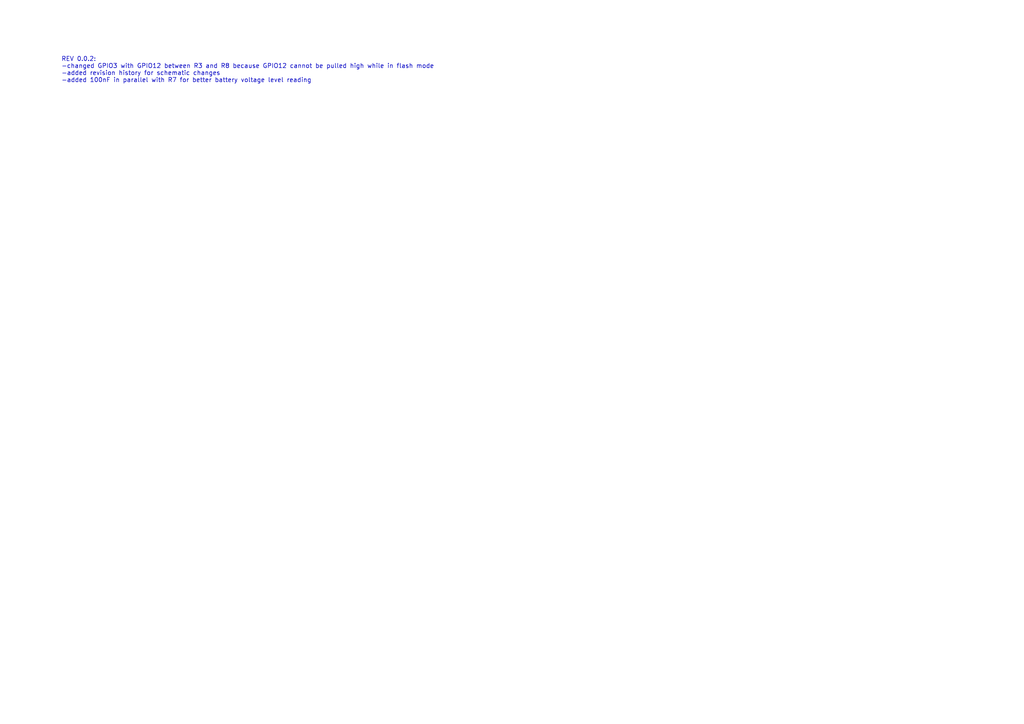
<source format=kicad_sch>
(kicad_sch (version 20211123) (generator eeschema)
  (paper "A4")
  (title_block (title "Carbon S2") (date "2021-12-08") (rev "0.0.2") (company "GroundStudio.ro") (comment 1 "Schematic: Victor"))
  (lib_symbols)
  (text "REV 0.0.2:\n-changed GPIO3 with GPIO12 between R3 and R8 because GPIO12 cannot be pulled high while in flash mode\n-added revision history for schematic changes\n-added 100nF in parallel with R7 for better battery voltage level reading" (at 17.78 24.13 0) (effects (font (size 1.27 1.27)) (justify left bottom)))
)
</source>
